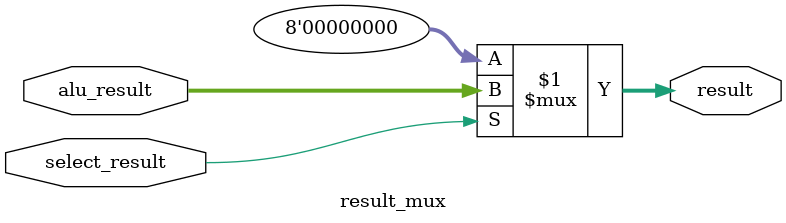
<source format=v>
module result_mux (
	input select_result,
	input [7:0] alu_result,
	output [7:0] result
);
	assign result = (select_result)?alu_result:8'b0;
endmodule

</source>
